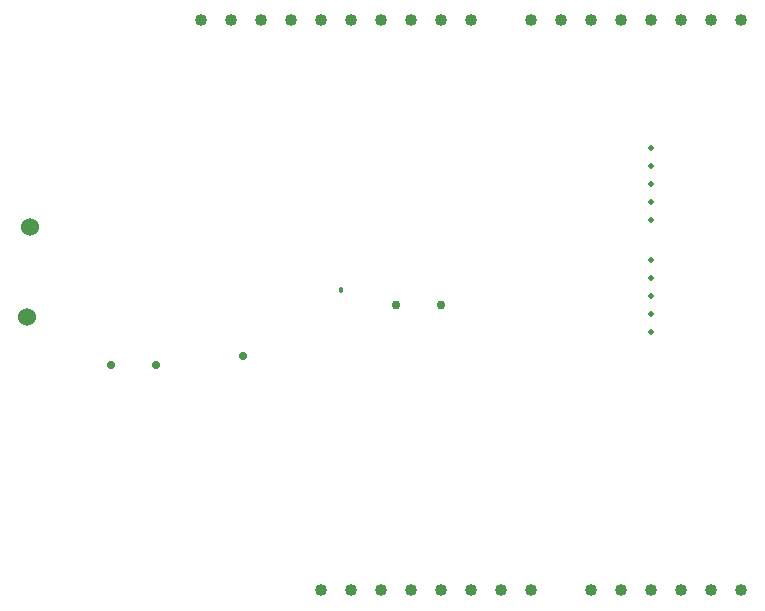
<source format=gbr>
%TF.GenerationSoftware,Altium Limited,Altium Designer,25.5.2 (35)*%
G04 Layer_Color=0*
%FSLAX45Y45*%
%MOMM*%
%TF.SameCoordinates,BFD2D179-1F78-4762-B65C-0EBC3C109862*%
%TF.FilePolarity,Positive*%
%TF.FileFunction,Plated,1,2,PTH,Drill*%
%TF.Part,Single*%
G01*
G75*
%TA.AperFunction,ComponentDrill*%
%ADD36C,1.02000*%
%TA.AperFunction,OtherDrill,Pad Free-9 (3.048mm,25.654mm)*%
%ADD37C,1.52400*%
%TA.AperFunction,OtherDrill,Pad Free-9 (3.302mm,33.274mm)*%
%ADD38C,1.52400*%
%TA.AperFunction,ViaDrill,NotFilled*%
%ADD39C,0.76200*%
%ADD40C,0.71120*%
%ADD41C,0.50800*%
%ADD42C,0.45720*%
D36*
X4572000Y5080000D02*
D03*
X4826000D02*
D03*
X5080000D02*
D03*
X5334000D02*
D03*
X5588000D02*
D03*
X5842000D02*
D03*
X6096000D02*
D03*
X6350000D02*
D03*
X5080000Y254000D02*
D03*
X5334000D02*
D03*
X5588000D02*
D03*
X5842000D02*
D03*
X6096000D02*
D03*
X6350000D02*
D03*
X4064000Y5080000D02*
D03*
X3810000D02*
D03*
X3556000D02*
D03*
X3302000D02*
D03*
X3048000D02*
D03*
X2794000D02*
D03*
X2286000D02*
D03*
X2032000D02*
D03*
X1778000D02*
D03*
X2540000D02*
D03*
X2794000Y254000D02*
D03*
X3048000D02*
D03*
X3302000D02*
D03*
X3556000D02*
D03*
X3810000D02*
D03*
X4572000D02*
D03*
X4064000D02*
D03*
X4318000D02*
D03*
D37*
X304800Y2565400D02*
D03*
D38*
X330200Y3327400D02*
D03*
D39*
X3810000Y2667000D02*
D03*
X3429000D02*
D03*
D40*
X2133600Y2235200D02*
D03*
X1397000Y2159000D02*
D03*
X1016000D02*
D03*
D41*
X5588000Y2438400D02*
D03*
Y2743200D02*
D03*
Y3390900D02*
D03*
Y3048000D02*
D03*
Y2895600D02*
D03*
Y3543300D02*
D03*
Y3848100D02*
D03*
Y2590800D02*
D03*
Y4000500D02*
D03*
Y3695700D02*
D03*
D42*
X2959100Y2794000D02*
D03*
%TF.MD5,d3531034a22588e94b8b2ad9727e5462*%
M02*

</source>
